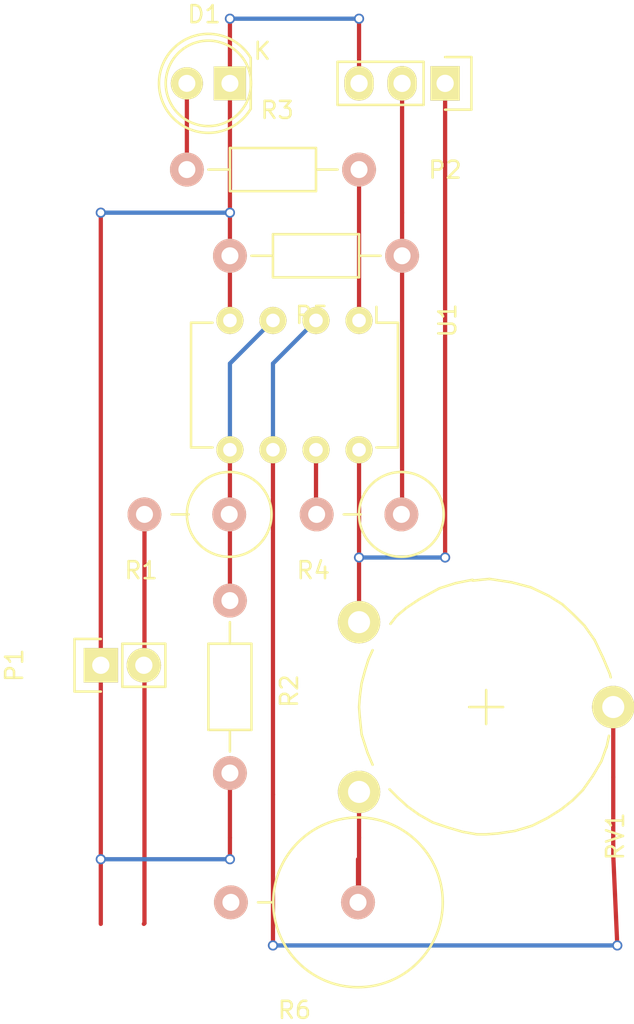
<source format=kicad_pcb>
(kicad_pcb (version 20171130) (host pcbnew 5.1.5+dfsg1-2build2)

  (general
    (thickness 1.6)
    (drawings 0)
    (tracks 56)
    (zones 0)
    (modules 11)
    (nets 11)
  )

  (page A4)
  (layers
    (0 F.Cu signal)
    (31 B.Cu signal)
    (32 B.Adhes user)
    (33 F.Adhes user)
    (34 B.Paste user)
    (35 F.Paste user)
    (36 B.SilkS user)
    (37 F.SilkS user)
    (38 B.Mask user)
    (39 F.Mask user)
    (40 Dwgs.User user)
    (41 Cmts.User user)
    (42 Eco1.User user)
    (43 Eco2.User user)
    (44 Edge.Cuts user)
    (45 Margin user)
    (46 B.CrtYd user)
    (47 F.CrtYd user)
    (48 B.Fab user)
    (49 F.Fab user)
  )

  (setup
    (last_trace_width 0.25)
    (trace_clearance 0.2)
    (zone_clearance 0.508)
    (zone_45_only no)
    (trace_min 0.2)
    (via_size 0.6)
    (via_drill 0.4)
    (via_min_size 0.4)
    (via_min_drill 0.3)
    (uvia_size 0.3)
    (uvia_drill 0.1)
    (uvias_allowed no)
    (uvia_min_size 0.2)
    (uvia_min_drill 0.1)
    (edge_width 0.15)
    (segment_width 0.2)
    (pcb_text_width 0.3)
    (pcb_text_size 1.5 1.5)
    (mod_edge_width 0.15)
    (mod_text_size 1 1)
    (mod_text_width 0.15)
    (pad_size 1.524 1.524)
    (pad_drill 0.762)
    (pad_to_mask_clearance 0.2)
    (aux_axis_origin 0 0)
    (visible_elements FFFFFF7F)
    (pcbplotparams
      (layerselection 0x00030_80000001)
      (usegerberextensions false)
      (usegerberattributes false)
      (usegerberadvancedattributes false)
      (creategerberjobfile false)
      (excludeedgelayer true)
      (linewidth 0.100000)
      (plotframeref false)
      (viasonmask false)
      (mode 1)
      (useauxorigin false)
      (hpglpennumber 1)
      (hpglpenspeed 20)
      (hpglpendiameter 15.000000)
      (psnegative false)
      (psa4output false)
      (plotreference true)
      (plotvalue true)
      (plotinvisibletext false)
      (padsonsilk false)
      (subtractmaskfromsilk false)
      (outputformat 1)
      (mirror false)
      (drillshape 0)
      (scaleselection 1)
      (outputdirectory ""))
  )

  (net 0 "")
  (net 1 GND)
  (net 2 "Net-(D1-Pad2)")
  (net 3 "Net-(P1-Pad2)")
  (net 4 "Net-(R1-Pad1)")
  (net 5 "Net-(R3-Pad2)")
  (net 6 "Net-(R4-Pad2)")
  (net 7 "Net-(RV1-Pad2)")
  (net 8 VCC)
  (net 9 "Net-(R6-Pad1)")
  (net 10 "Net-(P2-Pad2)")

  (net_class Default "This is the default net class."
    (clearance 0.2)
    (trace_width 0.25)
    (via_dia 0.6)
    (via_drill 0.4)
    (uvia_dia 0.3)
    (uvia_drill 0.1)
    (add_net GND)
    (add_net "Net-(D1-Pad2)")
    (add_net "Net-(P1-Pad2)")
    (add_net "Net-(P2-Pad2)")
    (add_net "Net-(R1-Pad1)")
    (add_net "Net-(R3-Pad2)")
    (add_net "Net-(R4-Pad2)")
    (add_net "Net-(R6-Pad1)")
    (add_net "Net-(RV1-Pad2)")
    (add_net VCC)
  )

  (module LEDs:LED-5MM (layer F.Cu) (tedit 5570F7EA) (tstamp 5A21A6B5)
    (at 158.75 90.17 180)
    (descr "LED 5mm round vertical")
    (tags "LED 5mm round vertical")
    (path /5A217999)
    (fp_text reference D1 (at 1.524 4.064 180) (layer F.SilkS)
      (effects (font (size 1 1) (thickness 0.15)))
    )
    (fp_text value LED (at 1.524 -3.937 180) (layer F.Fab)
      (effects (font (size 1 1) (thickness 0.15)))
    )
    (fp_line (start -1.5 -1.55) (end -1.5 1.55) (layer F.CrtYd) (width 0.05))
    (fp_arc (start 1.3 0) (end -1.5 1.55) (angle -302) (layer F.CrtYd) (width 0.05))
    (fp_arc (start 1.27 0) (end -1.23 -1.5) (angle 297.5) (layer F.SilkS) (width 0.15))
    (fp_line (start -1.23 1.5) (end -1.23 -1.5) (layer F.SilkS) (width 0.15))
    (fp_circle (center 1.27 0) (end 0.97 -2.5) (layer F.SilkS) (width 0.15))
    (fp_text user K (at -1.905 1.905 180) (layer F.SilkS)
      (effects (font (size 1 1) (thickness 0.15)))
    )
    (pad 1 thru_hole rect (at 0 0 270) (size 2 1.9) (drill 1.00076) (layers *.Cu *.Mask F.SilkS)
      (net 1 GND))
    (pad 2 thru_hole circle (at 2.54 0 180) (size 1.9 1.9) (drill 1.00076) (layers *.Cu *.Mask F.SilkS)
      (net 2 "Net-(D1-Pad2)"))
    (model LEDs.3dshapes/LED-5MM.wrl
      (offset (xyz 1.269999980926514 0 0))
      (scale (xyz 1 1 1))
      (rotate (xyz 0 0 90))
    )
  )

  (module Pin_Headers:Pin_Header_Straight_1x02 (layer F.Cu) (tedit 54EA090C) (tstamp 5A21A6BB)
    (at 151.13 124.46 90)
    (descr "Through hole pin header")
    (tags "pin header")
    (path /5A21832E)
    (fp_text reference P1 (at 0 -5.1 90) (layer F.SilkS)
      (effects (font (size 1 1) (thickness 0.15)))
    )
    (fp_text value "EBus in" (at 0 -3.1 90) (layer F.Fab)
      (effects (font (size 1 1) (thickness 0.15)))
    )
    (fp_line (start 1.27 1.27) (end 1.27 3.81) (layer F.SilkS) (width 0.15))
    (fp_line (start 1.55 -1.55) (end 1.55 0) (layer F.SilkS) (width 0.15))
    (fp_line (start -1.75 -1.75) (end -1.75 4.3) (layer F.CrtYd) (width 0.05))
    (fp_line (start 1.75 -1.75) (end 1.75 4.3) (layer F.CrtYd) (width 0.05))
    (fp_line (start -1.75 -1.75) (end 1.75 -1.75) (layer F.CrtYd) (width 0.05))
    (fp_line (start -1.75 4.3) (end 1.75 4.3) (layer F.CrtYd) (width 0.05))
    (fp_line (start 1.27 1.27) (end -1.27 1.27) (layer F.SilkS) (width 0.15))
    (fp_line (start -1.55 0) (end -1.55 -1.55) (layer F.SilkS) (width 0.15))
    (fp_line (start -1.55 -1.55) (end 1.55 -1.55) (layer F.SilkS) (width 0.15))
    (fp_line (start -1.27 1.27) (end -1.27 3.81) (layer F.SilkS) (width 0.15))
    (fp_line (start -1.27 3.81) (end 1.27 3.81) (layer F.SilkS) (width 0.15))
    (pad 1 thru_hole rect (at 0 0 90) (size 2.032 2.032) (drill 1.016) (layers *.Cu *.Mask F.SilkS)
      (net 1 GND))
    (pad 2 thru_hole oval (at 0 2.54 90) (size 2.032 2.032) (drill 1.016) (layers *.Cu *.Mask F.SilkS)
      (net 3 "Net-(P1-Pad2)"))
    (model Pin_Headers.3dshapes/Pin_Header_Straight_1x02.wrl
      (offset (xyz 0 -1.269999980926514 0))
      (scale (xyz 1 1 1))
      (rotate (xyz 0 0 90))
    )
  )

  (module Resistors_ThroughHole:Resistor_Horizontal_RM10mm (layer F.Cu) (tedit 56648415) (tstamp 5A21A6CC)
    (at 158.75 120.65 270)
    (descr "Resistor, Axial,  RM 10mm, 1/3W")
    (tags "Resistor Axial RM 10mm 1/3W")
    (path /5A217003)
    (fp_text reference R2 (at 5.32892 -3.50012 270) (layer F.SilkS)
      (effects (font (size 1 1) (thickness 0.15)))
    )
    (fp_text value 3k (at 5.08 3.81 270) (layer F.Fab)
      (effects (font (size 1 1) (thickness 0.15)))
    )
    (fp_line (start -1.25 -1.5) (end 11.4 -1.5) (layer F.CrtYd) (width 0.05))
    (fp_line (start -1.25 1.5) (end -1.25 -1.5) (layer F.CrtYd) (width 0.05))
    (fp_line (start 11.4 -1.5) (end 11.4 1.5) (layer F.CrtYd) (width 0.05))
    (fp_line (start -1.25 1.5) (end 11.4 1.5) (layer F.CrtYd) (width 0.05))
    (fp_line (start 2.54 -1.27) (end 7.62 -1.27) (layer F.SilkS) (width 0.15))
    (fp_line (start 7.62 -1.27) (end 7.62 1.27) (layer F.SilkS) (width 0.15))
    (fp_line (start 7.62 1.27) (end 2.54 1.27) (layer F.SilkS) (width 0.15))
    (fp_line (start 2.54 1.27) (end 2.54 -1.27) (layer F.SilkS) (width 0.15))
    (fp_line (start 2.54 0) (end 1.27 0) (layer F.SilkS) (width 0.15))
    (fp_line (start 7.62 0) (end 8.89 0) (layer F.SilkS) (width 0.15))
    (pad 1 thru_hole circle (at 0 0 270) (size 1.99898 1.99898) (drill 1.00076) (layers *.Cu *.SilkS *.Mask)
      (net 4 "Net-(R1-Pad1)"))
    (pad 2 thru_hole circle (at 10.16 0 270) (size 1.99898 1.99898) (drill 1.00076) (layers *.Cu *.SilkS *.Mask)
      (net 1 GND))
    (model Resistors_ThroughHole.3dshapes/Resistor_Horizontal_RM10mm.wrl
      (at (xyz 0 0 0))
      (scale (xyz 0.4 0.4 0.4))
      (rotate (xyz 0 0 0))
    )
  )

  (module Resistors_ThroughHole:Resistor_Horizontal_RM10mm (layer F.Cu) (tedit 56648415) (tstamp 5A21A6D2)
    (at 156.21 95.25)
    (descr "Resistor, Axial,  RM 10mm, 1/3W")
    (tags "Resistor Axial RM 10mm 1/3W")
    (path /5A217A5A)
    (fp_text reference R3 (at 5.32892 -3.50012) (layer F.SilkS)
      (effects (font (size 1 1) (thickness 0.15)))
    )
    (fp_text value 1k (at 5.08 3.81) (layer F.Fab)
      (effects (font (size 1 1) (thickness 0.15)))
    )
    (fp_line (start -1.25 -1.5) (end 11.4 -1.5) (layer F.CrtYd) (width 0.05))
    (fp_line (start -1.25 1.5) (end -1.25 -1.5) (layer F.CrtYd) (width 0.05))
    (fp_line (start 11.4 -1.5) (end 11.4 1.5) (layer F.CrtYd) (width 0.05))
    (fp_line (start -1.25 1.5) (end 11.4 1.5) (layer F.CrtYd) (width 0.05))
    (fp_line (start 2.54 -1.27) (end 7.62 -1.27) (layer F.SilkS) (width 0.15))
    (fp_line (start 7.62 -1.27) (end 7.62 1.27) (layer F.SilkS) (width 0.15))
    (fp_line (start 7.62 1.27) (end 2.54 1.27) (layer F.SilkS) (width 0.15))
    (fp_line (start 2.54 1.27) (end 2.54 -1.27) (layer F.SilkS) (width 0.15))
    (fp_line (start 2.54 0) (end 1.27 0) (layer F.SilkS) (width 0.15))
    (fp_line (start 7.62 0) (end 8.89 0) (layer F.SilkS) (width 0.15))
    (pad 1 thru_hole circle (at 0 0) (size 1.99898 1.99898) (drill 1.00076) (layers *.Cu *.SilkS *.Mask)
      (net 2 "Net-(D1-Pad2)"))
    (pad 2 thru_hole circle (at 10.16 0) (size 1.99898 1.99898) (drill 1.00076) (layers *.Cu *.SilkS *.Mask)
      (net 5 "Net-(R3-Pad2)"))
    (model Resistors_ThroughHole.3dshapes/Resistor_Horizontal_RM10mm.wrl
      (at (xyz 0 0 0))
      (scale (xyz 0.4 0.4 0.4))
      (rotate (xyz 0 0 0))
    )
  )

  (module Resistors_ThroughHole:Resistor_Horizontal_RM10mm (layer F.Cu) (tedit 56648415) (tstamp 5A21A6DE)
    (at 168.91 100.33 180)
    (descr "Resistor, Axial,  RM 10mm, 1/3W")
    (tags "Resistor Axial RM 10mm 1/3W")
    (path /5A217B84)
    (fp_text reference R5 (at 5.32892 -3.50012 180) (layer F.SilkS)
      (effects (font (size 1 1) (thickness 0.15)))
    )
    (fp_text value 40k (at 5.08 3.81 180) (layer F.Fab)
      (effects (font (size 1 1) (thickness 0.15)))
    )
    (fp_line (start -1.25 -1.5) (end 11.4 -1.5) (layer F.CrtYd) (width 0.05))
    (fp_line (start -1.25 1.5) (end -1.25 -1.5) (layer F.CrtYd) (width 0.05))
    (fp_line (start 11.4 -1.5) (end 11.4 1.5) (layer F.CrtYd) (width 0.05))
    (fp_line (start -1.25 1.5) (end 11.4 1.5) (layer F.CrtYd) (width 0.05))
    (fp_line (start 2.54 -1.27) (end 7.62 -1.27) (layer F.SilkS) (width 0.15))
    (fp_line (start 7.62 -1.27) (end 7.62 1.27) (layer F.SilkS) (width 0.15))
    (fp_line (start 7.62 1.27) (end 2.54 1.27) (layer F.SilkS) (width 0.15))
    (fp_line (start 2.54 1.27) (end 2.54 -1.27) (layer F.SilkS) (width 0.15))
    (fp_line (start 2.54 0) (end 1.27 0) (layer F.SilkS) (width 0.15))
    (fp_line (start 7.62 0) (end 8.89 0) (layer F.SilkS) (width 0.15))
    (pad 1 thru_hole circle (at 0 0 180) (size 1.99898 1.99898) (drill 1.00076) (layers *.Cu *.SilkS *.Mask)
      (net 10 "Net-(P2-Pad2)"))
    (pad 2 thru_hole circle (at 10.16 0 180) (size 1.99898 1.99898) (drill 1.00076) (layers *.Cu *.SilkS *.Mask)
      (net 1 GND))
    (model Resistors_ThroughHole.3dshapes/Resistor_Horizontal_RM10mm.wrl
      (at (xyz 0 0 0))
      (scale (xyz 0.4 0.4 0.4))
      (rotate (xyz 0 0 0))
    )
  )

  (module Potentiometers:Potentiometer_Trimmer-Piher_PT15-V15_horizontal (layer F.Cu) (tedit 5446FD75) (tstamp 5A21A6E5)
    (at 166.37 121.92 270)
    (descr "Potentiometer, Trimmer, Piher, PT15, Type V15, horizontal, Rev A, 02 Aug 2010,")
    (tags "Potentiometer, Trimmer, Piher, PT15, Type V15, horizontal, Rev A, 02 Aug 2010,")
    (path /5A21730C)
    (fp_text reference RV1 (at 12.62126 -15.12062 270) (layer F.SilkS)
      (effects (font (size 1 1) (thickness 0.15)))
    )
    (fp_text value 100k (at 5.00126 3.92938 270) (layer F.Fab)
      (effects (font (size 1 1) (thickness 0.15)))
    )
    (fp_line (start 3.05054 -14.80058) (end 3.2512 -14.85138) (layer F.SilkS) (width 0.15))
    (fp_line (start 7.40156 -14.59992) (end 6.70052 -14.74978) (layer F.SilkS) (width 0.15))
    (fp_line (start 1.651 -0.8001) (end 2.20218 -0.55118) (layer F.SilkS) (width 0.15))
    (fp_line (start 2.20218 -0.55118) (end 2.85242 -0.35052) (layer F.SilkS) (width 0.15))
    (fp_line (start 2.85242 -0.35052) (end 3.60172 -0.14986) (layer F.SilkS) (width 0.15))
    (fp_line (start 3.60172 -0.14986) (end 4.35102 -0.0508) (layer F.SilkS) (width 0.15))
    (fp_line (start 4.35102 -0.0508) (end 5.00126 0) (layer F.SilkS) (width 0.15))
    (fp_line (start 5.00126 0) (end 5.6515 -0.0508) (layer F.SilkS) (width 0.15))
    (fp_line (start 5.6515 -0.0508) (end 6.60146 -0.14986) (layer F.SilkS) (width 0.15))
    (fp_line (start 6.60146 -0.14986) (end 7.70128 -0.50038) (layer F.SilkS) (width 0.15))
    (fp_line (start 7.70128 -0.50038) (end 8.40232 -0.8001) (layer F.SilkS) (width 0.15))
    (fp_line (start -2.49936 -6.70052) (end -2.2987 -5.69976) (layer F.SilkS) (width 0.15))
    (fp_line (start -2.2987 -5.69976) (end -1.99898 -4.7498) (layer F.SilkS) (width 0.15))
    (fp_line (start -1.99898 -4.7498) (end -1.34874 -3.55092) (layer F.SilkS) (width 0.15))
    (fp_line (start -1.34874 -3.55092) (end -0.84836 -2.80162) (layer F.SilkS) (width 0.15))
    (fp_line (start -0.84836 -2.80162) (end -0.34798 -2.19964) (layer F.SilkS) (width 0.15))
    (fp_line (start -0.34798 -2.19964) (end 0.1016 -1.85166) (layer F.SilkS) (width 0.15))
    (fp_line (start 3.05054 -14.80058) (end 2.10058 -14.4018) (layer F.SilkS) (width 0.15))
    (fp_line (start 2.10058 -14.4018) (end 1.05156 -13.90142) (layer F.SilkS) (width 0.15))
    (fp_line (start 1.05156 -13.90142) (end 0.20066 -13.29944) (layer F.SilkS) (width 0.15))
    (fp_line (start 0.20066 -13.29944) (end -0.44958 -12.65174) (layer F.SilkS) (width 0.15))
    (fp_line (start -0.44958 -12.65174) (end -1.04902 -12.0015) (layer F.SilkS) (width 0.15))
    (fp_line (start -1.04902 -12.0015) (end -1.5494 -11.2014) (layer F.SilkS) (width 0.15))
    (fp_line (start -1.5494 -11.2014) (end -2.04978 -10.14984) (layer F.SilkS) (width 0.15))
    (fp_line (start -2.04978 -10.14984) (end -2.3495 -9.00176) (layer F.SilkS) (width 0.15))
    (fp_line (start -2.3495 -9.00176) (end -2.54762 -7.70128) (layer F.SilkS) (width 0.15))
    (fp_line (start -2.54762 -7.70128) (end -2.44856 -6.70052) (layer F.SilkS) (width 0.15))
    (fp_line (start 11.55192 -11.0998) (end 11.05154 -11.8999) (layer F.SilkS) (width 0.15))
    (fp_line (start 11.05154 -11.8999) (end 10.50036 -12.60094) (layer F.SilkS) (width 0.15))
    (fp_line (start 10.50036 -12.60094) (end 9.90092 -13.20038) (layer F.SilkS) (width 0.15))
    (fp_line (start 9.90092 -13.20038) (end 9.05002 -13.79982) (layer F.SilkS) (width 0.15))
    (fp_line (start 9.05002 -13.79982) (end 8.20166 -14.3002) (layer F.SilkS) (width 0.15))
    (fp_line (start 8.20166 -14.3002) (end 7.35076 -14.59992) (layer F.SilkS) (width 0.15))
    (fp_line (start 9.85012 -1.80086) (end 10.30224 -2.25044) (layer F.SilkS) (width 0.15))
    (fp_line (start 10.30224 -2.25044) (end 10.85088 -2.84988) (layer F.SilkS) (width 0.15))
    (fp_line (start 10.85088 -2.84988) (end 11.35126 -3.55092) (layer F.SilkS) (width 0.15))
    (fp_line (start 11.35126 -3.55092) (end 11.80084 -4.35102) (layer F.SilkS) (width 0.15))
    (fp_line (start 11.80084 -4.35102) (end 12.10056 -5.25018) (layer F.SilkS) (width 0.15))
    (fp_line (start 12.10056 -5.25018) (end 12.35202 -6.10108) (layer F.SilkS) (width 0.15))
    (fp_line (start 12.35202 -6.10108) (end 12.50188 -6.94944) (layer F.SilkS) (width 0.15))
    (fp_line (start 12.50188 -6.94944) (end 12.50188 -7.50062) (layer F.SilkS) (width 0.15))
    (fp_line (start 12.50188 -7.50062) (end 12.45108 -8.20166) (layer F.SilkS) (width 0.15))
    (fp_line (start 12.45108 -8.20166) (end 12.30122 -9.19988) (layer F.SilkS) (width 0.15))
    (fp_line (start 12.30122 -9.19988) (end 12.0015 -10.20064) (layer F.SilkS) (width 0.15))
    (fp_line (start 12.0015 -10.20064) (end 11.55192 -11.0998) (layer F.SilkS) (width 0.15))
    (fp_line (start 5.00126 -8.50138) (end 5.00126 -6.49986) (layer F.SilkS) (width 0.15))
    (fp_line (start 4.0005 -7.50062) (end 6.00202 -7.50062) (layer F.SilkS) (width 0.15))
    (pad 2 thru_hole circle (at 5.00126 -15.00124 270) (size 2.49936 2.49936) (drill 1.30048) (layers *.Cu *.Mask F.SilkS)
      (net 7 "Net-(RV1-Pad2)"))
    (pad 3 thru_hole circle (at 10.00252 0 270) (size 2.49936 2.49936) (drill 1.30048) (layers *.Cu *.Mask F.SilkS)
      (net 9 "Net-(R6-Pad1)"))
    (pad 1 thru_hole circle (at 0 0 270) (size 2.49936 2.49936) (drill 1.30048) (layers *.Cu *.Mask F.SilkS)
      (net 8 VCC))
  )

  (module Housings_DIP:DIP-8_W7.62mm (layer F.Cu) (tedit 54130A77) (tstamp 5A21A6F1)
    (at 166.37 104.14 270)
    (descr "8-lead dip package, row spacing 7.62 mm (300 mils)")
    (tags "dil dip 2.54 300")
    (path /5A21646D)
    (fp_text reference U1 (at 0 -5.22 270) (layer F.SilkS)
      (effects (font (size 1 1) (thickness 0.15)))
    )
    (fp_text value LM358 (at 0 -3.72 270) (layer F.Fab)
      (effects (font (size 1 1) (thickness 0.15)))
    )
    (fp_line (start -1.05 -2.45) (end -1.05 10.1) (layer F.CrtYd) (width 0.05))
    (fp_line (start 8.65 -2.45) (end 8.65 10.1) (layer F.CrtYd) (width 0.05))
    (fp_line (start -1.05 -2.45) (end 8.65 -2.45) (layer F.CrtYd) (width 0.05))
    (fp_line (start -1.05 10.1) (end 8.65 10.1) (layer F.CrtYd) (width 0.05))
    (fp_line (start 0.135 -2.295) (end 0.135 -1.025) (layer F.SilkS) (width 0.15))
    (fp_line (start 7.485 -2.295) (end 7.485 -1.025) (layer F.SilkS) (width 0.15))
    (fp_line (start 7.485 9.915) (end 7.485 8.645) (layer F.SilkS) (width 0.15))
    (fp_line (start 0.135 9.915) (end 0.135 8.645) (layer F.SilkS) (width 0.15))
    (fp_line (start 0.135 -2.295) (end 7.485 -2.295) (layer F.SilkS) (width 0.15))
    (fp_line (start 0.135 9.915) (end 7.485 9.915) (layer F.SilkS) (width 0.15))
    (fp_line (start 0.135 -1.025) (end -0.8 -1.025) (layer F.SilkS) (width 0.15))
    (pad 1 thru_hole oval (at 0 0 270) (size 1.6 1.6) (drill 0.8) (layers *.Cu *.Mask F.SilkS)
      (net 5 "Net-(R3-Pad2)"))
    (pad 2 thru_hole oval (at 0 2.54 270) (size 1.6 1.6) (drill 0.8) (layers *.Cu *.Mask F.SilkS)
      (net 7 "Net-(RV1-Pad2)"))
    (pad 3 thru_hole oval (at 0 5.08 270) (size 1.6 1.6) (drill 0.8) (layers *.Cu *.Mask F.SilkS)
      (net 4 "Net-(R1-Pad1)"))
    (pad 4 thru_hole oval (at 0 7.62 270) (size 1.6 1.6) (drill 0.8) (layers *.Cu *.Mask F.SilkS)
      (net 1 GND))
    (pad 5 thru_hole oval (at 7.62 7.62 270) (size 1.6 1.6) (drill 0.8) (layers *.Cu *.Mask F.SilkS)
      (net 4 "Net-(R1-Pad1)"))
    (pad 6 thru_hole oval (at 7.62 5.08 270) (size 1.6 1.6) (drill 0.8) (layers *.Cu *.Mask F.SilkS)
      (net 7 "Net-(RV1-Pad2)"))
    (pad 7 thru_hole oval (at 7.62 2.54 270) (size 1.6 1.6) (drill 0.8) (layers *.Cu *.Mask F.SilkS)
      (net 6 "Net-(R4-Pad2)"))
    (pad 8 thru_hole oval (at 7.62 0 270) (size 1.6 1.6) (drill 0.8) (layers *.Cu *.Mask F.SilkS)
      (net 8 VCC))
    (model Housings_DIP.3dshapes/DIP-8_W7.62mm.wrl
      (at (xyz 0 0 0))
      (scale (xyz 1 1 1))
      (rotate (xyz 0 0 0))
    )
  )

  (module Resistors_ThroughHole:Resistor_Vertical_RM5mm (layer F.Cu) (tedit 0) (tstamp 5A21A6D8)
    (at 166.37 115.57 180)
    (descr "Resistor, Vertical, RM 5mm, 1/3W,")
    (tags "Resistor, Vertical, RM 5mm, 1/3W,")
    (path /5A217B2B)
    (fp_text reference R4 (at 2.70002 -3.29946 180) (layer F.SilkS)
      (effects (font (size 1 1) (thickness 0.15)))
    )
    (fp_text value 4k (at 0 4.50088 180) (layer F.Fab)
      (effects (font (size 1 1) (thickness 0.15)))
    )
    (fp_line (start -0.09906 0) (end 0.9017 0) (layer F.SilkS) (width 0.15))
    (fp_circle (center -2.49936 0) (end 0 0) (layer F.SilkS) (width 0.15))
    (pad 1 thru_hole circle (at -2.49936 0 180) (size 1.99898 1.99898) (drill 1.00076) (layers *.Cu *.SilkS *.Mask)
      (net 10 "Net-(P2-Pad2)"))
    (pad 2 thru_hole circle (at 2.5019 0 180) (size 1.99898 1.99898) (drill 1.00076) (layers *.Cu *.SilkS *.Mask)
      (net 6 "Net-(R4-Pad2)"))
  )

  (module Resistors_ThroughHole:Resistor_Vertical_RM5mm (layer F.Cu) (tedit 0) (tstamp 5A21A6C6)
    (at 156.21 115.57 180)
    (descr "Resistor, Vertical, RM 5mm, 1/3W,")
    (tags "Resistor, Vertical, RM 5mm, 1/3W,")
    (path /5A216ED5)
    (fp_text reference R1 (at 2.70002 -3.29946 180) (layer F.SilkS)
      (effects (font (size 1 1) (thickness 0.15)))
    )
    (fp_text value 30k (at 0 4.50088 180) (layer F.Fab)
      (effects (font (size 1 1) (thickness 0.15)))
    )
    (fp_line (start -0.09906 0) (end 0.9017 0) (layer F.SilkS) (width 0.15))
    (fp_circle (center -2.49936 0) (end 0 0) (layer F.SilkS) (width 0.15))
    (pad 1 thru_hole circle (at -2.49936 0 180) (size 1.99898 1.99898) (drill 1.00076) (layers *.Cu *.SilkS *.Mask)
      (net 4 "Net-(R1-Pad1)"))
    (pad 2 thru_hole circle (at 2.5019 0 180) (size 1.99898 1.99898) (drill 1.00076) (layers *.Cu *.SilkS *.Mask)
      (net 3 "Net-(P1-Pad2)"))
  )

  (module Resistors_ThroughHole:Resistor_Vertical_RM7.5mm (layer F.Cu) (tedit 0) (tstamp 5A21B414)
    (at 162.56 138.43 180)
    (descr "Resistor, Vertical, RM 7.5mm,")
    (tags "Resistor, Vertical, RM 7.5mm,")
    (path /5A21B45D)
    (fp_text reference R6 (at 0 -6.35 180) (layer F.SilkS)
      (effects (font (size 1 1) (thickness 0.15)))
    )
    (fp_text value 10k (at 0 7.50062 180) (layer F.Fab)
      (effects (font (size 1 1) (thickness 0.15)))
    )
    (fp_line (start 1.25222 0) (end 2.15138 0) (layer F.SilkS) (width 0.15))
    (fp_circle (center -3.74904 0) (end 1.25222 0) (layer F.SilkS) (width 0.15))
    (pad 1 thru_hole circle (at -3.74904 0 180) (size 1.99898 1.99898) (drill 1.00076) (layers *.Cu *.SilkS *.Mask)
      (net 9 "Net-(R6-Pad1)"))
    (pad 2 thru_hole circle (at 3.75158 0 180) (size 1.99898 1.99898) (drill 1.00076) (layers *.Cu *.SilkS *.Mask)
      (net 1 GND))
  )

  (module Socket_Strips:Socket_Strip_Straight_1x03 (layer F.Cu) (tedit 54E9F429) (tstamp 5A277B12)
    (at 171.45 90.17 180)
    (descr "Through hole socket strip")
    (tags "socket strip")
    (path /5A242EAF)
    (fp_text reference P2 (at 0 -5.1 180) (layer F.SilkS)
      (effects (font (size 1 1) (thickness 0.15)))
    )
    (fp_text value Rasp (at 0 -3.1 180) (layer F.Fab)
      (effects (font (size 1 1) (thickness 0.15)))
    )
    (fp_line (start 0 -1.55) (end -1.55 -1.55) (layer F.SilkS) (width 0.15))
    (fp_line (start -1.55 -1.55) (end -1.55 1.55) (layer F.SilkS) (width 0.15))
    (fp_line (start -1.55 1.55) (end 0 1.55) (layer F.SilkS) (width 0.15))
    (fp_line (start -1.75 -1.75) (end -1.75 1.75) (layer F.CrtYd) (width 0.05))
    (fp_line (start 6.85 -1.75) (end 6.85 1.75) (layer F.CrtYd) (width 0.05))
    (fp_line (start -1.75 -1.75) (end 6.85 -1.75) (layer F.CrtYd) (width 0.05))
    (fp_line (start -1.75 1.75) (end 6.85 1.75) (layer F.CrtYd) (width 0.05))
    (fp_line (start 1.27 -1.27) (end 6.35 -1.27) (layer F.SilkS) (width 0.15))
    (fp_line (start 6.35 -1.27) (end 6.35 1.27) (layer F.SilkS) (width 0.15))
    (fp_line (start 6.35 1.27) (end 1.27 1.27) (layer F.SilkS) (width 0.15))
    (fp_line (start 1.27 1.27) (end 1.27 -1.27) (layer F.SilkS) (width 0.15))
    (pad 1 thru_hole rect (at 0 0 180) (size 1.7272 2.032) (drill 1.016) (layers *.Cu *.Mask F.SilkS)
      (net 8 VCC))
    (pad 2 thru_hole oval (at 2.54 0 180) (size 1.7272 2.032) (drill 1.016) (layers *.Cu *.Mask F.SilkS)
      (net 10 "Net-(P2-Pad2)"))
    (pad 3 thru_hole oval (at 5.08 0 180) (size 1.7272 2.032) (drill 1.016) (layers *.Cu *.Mask F.SilkS)
      (net 1 GND))
    (model Socket_Strips.3dshapes/Socket_Strip_Straight_1x03.wrl
      (offset (xyz 2.539999961853027 0 0))
      (scale (xyz 1 1 1))
      (rotate (xyz 0 0 180))
    )
  )

  (segment (start 158.75 86.36) (end 166.37 86.36) (width 0.25) (layer B.Cu) (net 1))
  (via (at 158.75 86.36) (size 0.6) (drill 0.4) (layers F.Cu B.Cu) (net 1))
  (segment (start 158.75 90.17) (end 158.75 86.36) (width 0.25) (layer F.Cu) (net 1))
  (segment (start 166.37 86.36) (end 166.37 90.17) (width 0.25) (layer F.Cu) (net 1) (tstamp 5A277B6F))
  (via (at 166.37 86.36) (size 0.6) (drill 0.4) (layers F.Cu B.Cu) (net 1))
  (segment (start 158.75 135.83158) (end 158.80842 135.89) (width 0.25) (layer F.Cu) (net 1) (tstamp 5A21B639) (status 30))
  (segment (start 158.75 130.81) (end 158.75 134.62) (width 0.25) (layer F.Cu) (net 1) (tstamp 5A21AA5D))
  (via (at 151.13 135.89) (size 0.6) (drill 0.4) (layers F.Cu B.Cu) (net 1))
  (segment (start 151.13 139.7) (end 151.13 135.89) (width 0.25) (layer F.Cu) (net 1))
  (segment (start 151.13 135.89) (end 151.13 97.79) (width 0.25) (layer F.Cu) (net 1) (tstamp 5A21B021))
  (via (at 158.75 97.79) (size 0.6) (drill 0.4) (layers F.Cu B.Cu) (net 1))
  (segment (start 151.13 97.79) (end 158.75 97.79) (width 0.25) (layer B.Cu) (net 1) (tstamp 5A21B008))
  (via (at 151.13 97.79) (size 0.6) (drill 0.4) (layers F.Cu B.Cu) (net 1))
  (segment (start 158.75 104.14) (end 158.75 100.33) (width 0.25) (layer F.Cu) (net 1))
  (segment (start 158.75 90.17) (end 158.75 97.79) (width 0.25) (layer F.Cu) (net 1))
  (segment (start 158.75 97.79) (end 158.75 100.33) (width 0.25) (layer F.Cu) (net 1) (tstamp 5A21B00E))
  (via (at 158.75 135.89) (size 0.6) (drill 0.4) (layers F.Cu B.Cu) (net 1))
  (segment (start 158.75 135.89) (end 158.75 134.62) (width 0.25) (layer F.Cu) (net 1))
  (segment (start 158.75 135.89) (end 151.13 135.89) (width 0.25) (layer B.Cu) (net 1) (tstamp 5A21B01C))
  (segment (start 156.21 90.17) (end 156.21 95.25) (width 0.25) (layer F.Cu) (net 2))
  (segment (start 153.7081 115.57) (end 153.7081 139.6619) (width 0.25) (layer F.Cu) (net 3))
  (segment (start 153.7081 139.6619) (end 153.67 139.7) (width 0.25) (layer F.Cu) (net 3) (tstamp 5A21AFC1))
  (segment (start 158.75 111.76) (end 158.75 106.68) (width 0.25) (layer B.Cu) (net 4))
  (segment (start 158.75 106.68) (end 161.29 104.14) (width 0.25) (layer B.Cu) (net 4) (tstamp 5A23B74C))
  (segment (start 158.75 120.65) (end 158.75 115.61064) (width 0.25) (layer F.Cu) (net 4))
  (segment (start 158.75 115.61064) (end 158.75 111.76) (width 0.25) (layer F.Cu) (net 4) (tstamp 5A21B0E1))
  (segment (start 166.37 95.25) (end 166.37 104.14) (width 0.25) (layer F.Cu) (net 5))
  (via (at 163.83 111.76) (size 0.6) (drill 0.4) (layers F.Cu B.Cu) (net 6))
  (segment (start 163.83 111.76) (end 163.83 115.5319) (width 0.25) (layer F.Cu) (net 6))
  (segment (start 163.83 115.5319) (end 163.8681 115.57) (width 0.25) (layer F.Cu) (net 6) (tstamp 5A21AECA))
  (via (at 163.8681 115.57) (size 0.6) (drill 0.4) (layers F.Cu B.Cu) (net 6))
  (segment (start 161.29 111.76) (end 161.29 106.68) (width 0.25) (layer B.Cu) (net 7))
  (segment (start 161.29 106.68) (end 163.83 104.14) (width 0.25) (layer B.Cu) (net 7) (tstamp 5A23B755))
  (segment (start 181.61 127.16002) (end 181.37124 126.92126) (width 0.25) (layer F.Cu) (net 7) (tstamp 5A21B17F))
  (via (at 161.29 140.97) (size 0.6) (drill 0.4) (layers F.Cu B.Cu) (net 7))
  (segment (start 161.29 132.08) (end 161.29 140.97) (width 0.25) (layer F.Cu) (net 7) (tstamp 5A21B072))
  (segment (start 161.29 111.76) (end 161.29 132.08) (width 0.25) (layer F.Cu) (net 7) (tstamp 5A21ADFB))
  (segment (start 181.37124 131.04876) (end 181.37124 126.92126) (width 0.25) (layer F.Cu) (net 7) (tstamp 5A21B1F7))
  (segment (start 181.37124 135.65124) (end 181.37124 131.04876) (width 0.25) (layer F.Cu) (net 7) (tstamp 5A21B1F6))
  (segment (start 181.61 140.97) (end 181.37124 135.65124) (width 0.25) (layer F.Cu) (net 7) (tstamp 5A21B1F5))
  (via (at 181.61 140.97) (size 0.6) (drill 0.4) (layers F.Cu B.Cu) (net 7))
  (segment (start 161.29 140.97) (end 181.61 140.97) (width 0.25) (layer B.Cu) (net 7) (tstamp 5A21B1F0))
  (segment (start 171.45 90.17) (end 171.45 118.11) (width 0.25) (layer F.Cu) (net 8))
  (via (at 166.37 118.11) (size 0.6) (drill 0.4) (layers F.Cu B.Cu) (net 8))
  (segment (start 171.45 118.11) (end 166.37 118.11) (width 0.25) (layer B.Cu) (net 8) (tstamp 5A277B67))
  (via (at 171.45 118.11) (size 0.6) (drill 0.4) (layers F.Cu B.Cu) (net 8))
  (segment (start 166.37 111.76) (end 166.37 118.11) (width 0.25) (layer F.Cu) (net 8))
  (segment (start 166.37 118.11) (end 166.37 121.92) (width 0.25) (layer F.Cu) (net 8) (tstamp 5A21B531))
  (segment (start 166.30904 135.89) (end 166.30904 138.43) (width 0.25) (layer F.Cu) (net 9) (status 10))
  (segment (start 166.30904 138.43) (end 166.37 138.36904) (width 0.25) (layer F.Cu) (net 9) (tstamp 5A21B63D))
  (segment (start 166.37 138.36904) (end 166.37 134.62) (width 0.25) (layer F.Cu) (net 9))
  (segment (start 166.37 134.62) (end 166.37 131.92252) (width 0.25) (layer F.Cu) (net 9))
  (segment (start 166.37 138.36904) (end 166.30904 138.43) (width 0.25) (layer F.Cu) (net 9) (tstamp 5A21B58B))
  (segment (start 168.91 90.17) (end 168.91 97.79) (width 0.25) (layer F.Cu) (net 10))
  (segment (start 168.91 97.79) (end 168.91 100.33) (width 0.25) (layer F.Cu) (net 10))
  (segment (start 168.91 100.33) (end 168.91 115.52936) (width 0.25) (layer F.Cu) (net 10))

)

</source>
